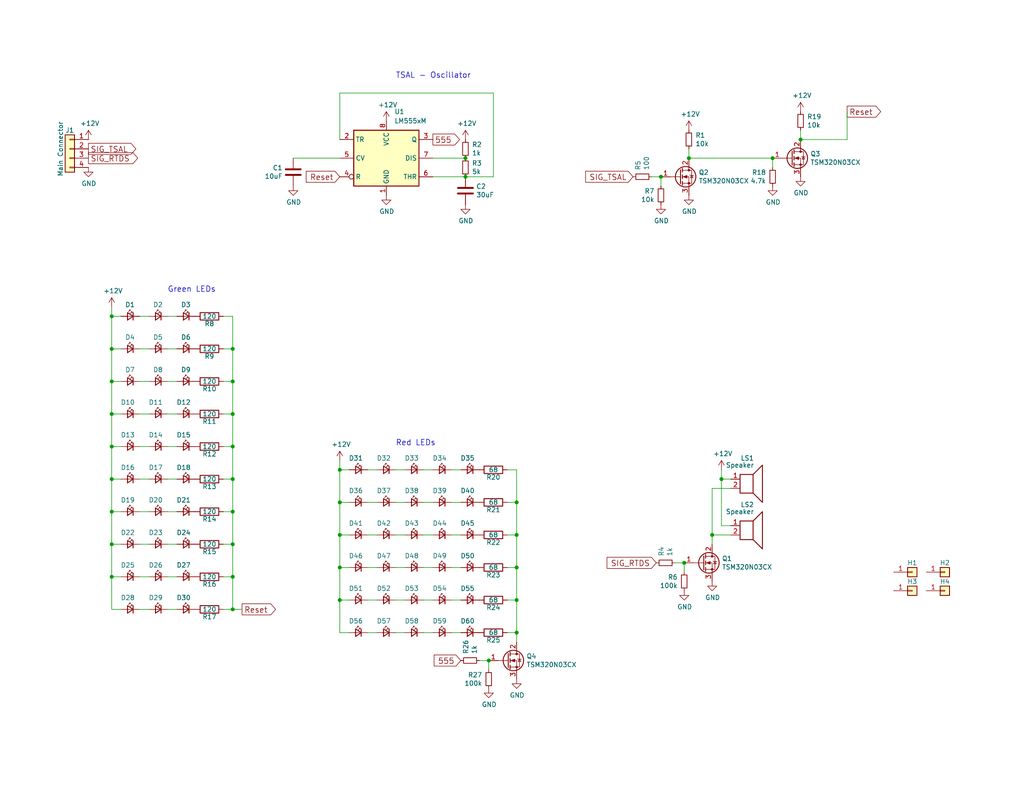
<source format=kicad_sch>
(kicad_sch (version 20231120) (generator "eeschema") (generator_version "8.0")
  (paper "USLetter")
  (title_block (title "TSAL") (date "2016-04-01") (rev "0.9") (company "Formula Slug - UCSC EV R&D") (comment 1 "University of California Santa Cruz") (comment 2 "Thimann Laboratories 372"))
  (lib_symbols
    (symbol "Connector_Generic:Conn_01x01" (pin_names (offset 1.016) hide)
      (property "Reference" "J" (at 0 2.54 0))
      (property "Value" "Conn_01x01" (at 0 -2.54 0))
      (symbol "Conn_01x01_1_1"
        (pin passive line (at -5.08 0 0) (length 3.81) (name "Pin_1") (number "1"))
      )
    )
    (symbol "Connector_Generic:Conn_01x04" (pin_names (offset 1.016) hide)
      (property "Reference" "J" (at 0 5.08 0))
      (property "Value" "Conn_01x04" (at 0 -7.62 0))
      (symbol "Conn_01x04_1_1"
        (pin passive line (at -5.08 2.54 0) (length 3.81) (name "Pin_1") (number "1"))
        (pin passive line (at -5.08 0 0) (length 3.81) (name "Pin_2") (number "2"))
        (pin passive line (at -5.08 -2.54 0) (length 3.81) (name "Pin_3") (number "3"))
        (pin passive line (at -5.08 -5.08 0) (length 3.81) (name "Pin_4") (number "4"))
      )
    )
    (symbol "Device:C" (pin_numbers hide) (pin_names (offset 0.254))
      (property "Reference" "C" (at 0.635 2.54 0))
      (property "Value" "C" (at 0.635 -2.54 0))
      (symbol "C_1_1"
        (pin passive line (at 0 3.81 270) (length 2.794) (name "~") (number "1"))
        (pin passive line (at 0 -3.81 90) (length 2.794) (name "~") (number "2"))
      )
    )
    (symbol "Device:LED_Small" (pin_numbers hide) (pin_names (offset 0.254) hide)
      (property "Reference" "D" (at -1.27 3.175 0))
      (property "Value" "LED_Small" (at -4.445 -2.54 0))
      (symbol "LED_Small_1_1"
        (pin passive line (at -2.54 0 0) (length 1.778) (name "K") (number "1"))
        (pin passive line (at 2.54 0 180) (length 1.778) (name "A") (number "2"))
      )
    )
    (symbol "Device:Q_NMOS_GDS" (pin_names (offset 0) hide)
      (property "Reference" "Q" (at 5.08 1.27 0))
      (property "Value" "Q_NMOS_GDS" (at 5.08 -1.27 0))
      (symbol "Q_NMOS_GDS_1_1"
        (pin input line (at -5.08 0 0) (length 2.54) (name "G") (number "1"))
        (pin passive line (at 2.54 5.08 270) (length 2.54) (name "D") (number "2"))
        (pin passive line (at 2.54 -5.08 90) (length 2.54) (name "S") (number "3"))
      )
    )
    (symbol "Device:R" (pin_numbers hide) (pin_names (offset 0))
      (property "Reference" "R" (at 2.032 0 90))
      (property "Value" "R" (at 0 0 90))
      (symbol "R_1_1"
        (pin passive line (at 0 3.81 270) (length 1.27) (name "~") (number "1"))
        (pin passive line (at 0 -3.81 90) (length 1.27) (name "~") (number "2"))
      )
    )
    (symbol "Device:R_Small" (pin_numbers hide) (pin_names (offset 0.254) hide)
      (property "Reference" "R" (at 0.762 0.508 0))
      (property "Value" "R_Small" (at 0.762 -1.016 0))
      (symbol "R_Small_1_1"
        (pin passive line (at 0 2.54 270) (length 0.762) (name "~") (number "1"))
        (pin passive line (at 0 -2.54 90) (length 0.762) (name "~") (number "2"))
      )
    )
    (symbol "Device:Speaker" (pin_names (offset 0) hide)
      (property "Reference" "LS" (at 1.27 5.715 0))
      (property "Value" "Speaker" (at 1.27 3.81 0))
      (symbol "Speaker_1_1"
        (pin input line (at -5.08 0 0) (length 2.54) (name "1") (number "1"))
        (pin input line (at -5.08 -2.54 0) (length 2.54) (name "2") (number "2"))
      )
    )
    (symbol "Timer:LM555xM"
      (property "Reference" "U" (at -10.16 8.89 0))
      (property "Value" "LM555xM" (at 2.54 8.89 0))
      (symbol "LM555xM_0_0"
        (pin power_in line (at 0 -10.16 90) (length 2.54) (name "GND") (number "1"))
        (pin power_in line (at 0 10.16 270) (length 2.54) (name "VCC") (number "8"))
      )
      (symbol "LM555xM_1_1"
        (pin input line (at -12.7 5.08 0) (length 3.81) (name "TR") (number "2"))
        (pin output line (at 12.7 5.08 180) (length 3.81) (name "Q") (number "3"))
        (pin input inverted (at -12.7 -5.08 0) (length 3.81) (name "R") (number "4"))
        (pin input line (at -12.7 0 0) (length 3.81) (name "CV") (number "5"))
        (pin input line (at 12.7 -5.08 180) (length 3.81) (name "THR") (number "6"))
        (pin input line (at 12.7 0 180) (length 3.81) (name "DIS") (number "7"))
      )
    )
    (symbol "power:+12V" (power) (pin_names (offset 0))
      (property "Value" "+12V" (at 0 3.556 0))
      (symbol "+12V_1_1"
        (pin power_in line (at 0 0 90) (length 0) hide (name "+12V") (number "1"))
      )
    )
    (symbol "power:GND" (power) (pin_names (offset 0))
      (property "Value" "GND" (at 0 -3.81 0))
      (symbol "GND_1_1"
        (pin power_in line (at 0 0 270) (length 0) hide (name "GND") (number "1"))
      )
    )
  )
  (junction (at 92.71 137.16))
  (junction (at 187.96 43.18))
  (junction (at 140.97 172.72))
  (junction (at 194.31 146.05))
  (junction (at 218.44 38.1))
  (junction (at 186.69 153.67))
  (junction (at 30.48 113.03))
  (junction (at 133.35 180.34))
  (junction (at 92.71 154.94))
  (junction (at 63.5 130.81))
  (junction (at 127 48.26))
  (junction (at 210.82 43.18))
  (junction (at 63.5 166.37))
  (junction (at 63.5 95.25))
  (junction (at 127 43.18))
  (junction (at 140.97 163.83))
  (junction (at 63.5 121.92))
  (junction (at 30.48 86.36))
  (junction (at 140.97 137.16))
  (junction (at 30.48 130.81))
  (junction (at 92.71 128.27))
  (junction (at 30.48 157.48))
  (junction (at 30.48 104.14))
  (junction (at 63.5 104.14))
  (junction (at 92.71 163.83))
  (junction (at 30.48 95.25))
  (junction (at 63.5 148.59))
  (junction (at 63.5 113.03))
  (junction (at 180.34 48.26))
  (junction (at 30.48 148.59))
  (junction (at 30.48 121.92))
  (junction (at 63.5 157.48))
  (junction (at 92.71 146.05))
  (junction (at 196.85 130.81))
  (junction (at 30.48 139.7))
  (junction (at 140.97 146.05))
  (junction (at 140.97 154.94))
  (junction (at 63.5 139.7))
  (wire (pts (xy 33.02 166.37) (xy 30.48 166.37)))
  (wire (pts (xy 138.43 128.27) (xy 140.97 128.27)))
  (wire (pts (xy 40.64 104.14) (xy 38.1 104.14)))
  (wire (pts (xy 30.48 157.48) (xy 33.02 157.48)))
  (wire (pts (xy 48.26 95.25) (xy 45.72 95.25)))
  (wire (pts (xy 196.85 128.27) (xy 196.85 130.81)))
  (wire (pts (xy 92.71 137.16) (xy 95.25 137.16)))
  (wire (pts (xy 63.5 104.14) (xy 60.96 104.14)))
  (wire (pts (xy 48.26 121.92) (xy 45.72 121.92)))
  (wire (pts (xy 180.34 48.26) (xy 180.34 50.8)))
  (wire (pts (xy 127 48.26) (xy 118.11 48.26)))
  (wire (pts (xy 194.31 133.35) (xy 194.31 146.05)))
  (wire (pts (xy 30.48 130.81) (xy 30.48 139.7)))
  (wire (pts (xy 60.96 139.7) (xy 63.5 139.7)))
  (wire (pts (xy 63.5 130.81) (xy 60.96 130.81)))
  (wire (pts (xy 63.5 148.59) (xy 63.5 157.48)))
  (wire (pts (xy 123.19 172.72) (xy 125.73 172.72)))
  (wire (pts (xy 40.64 121.92) (xy 38.1 121.92)))
  (wire (pts (xy 186.69 153.67) (xy 186.69 156.21)))
  (wire (pts (xy 92.71 154.94) (xy 95.25 154.94)))
  (wire (pts (xy 118.11 154.94) (xy 115.57 154.94)))
  (wire (pts (xy 60.96 86.36) (xy 63.5 86.36)))
  (wire (pts (xy 140.97 154.94) (xy 140.97 163.83)))
  (wire (pts (xy 63.5 157.48) (xy 63.5 166.37)))
  (wire (pts (xy 33.02 86.36) (xy 30.48 86.36)))
  (wire (pts (xy 210.82 43.18) (xy 210.82 45.72)))
  (wire (pts (xy 199.39 133.35) (xy 194.31 133.35)))
  (wire (pts (xy 123.19 137.16) (xy 125.73 137.16)))
  (wire (pts (xy 140.97 172.72) (xy 140.97 175.26)))
  (wire (pts (xy 133.35 180.34) (xy 133.35 182.88)))
  (wire (pts (xy 110.49 137.16) (xy 107.95 137.16)))
  (wire (pts (xy 40.64 86.36) (xy 38.1 86.36)))
  (wire (pts (xy 102.87 163.83) (xy 100.33 163.83)))
  (wire (pts (xy 63.5 166.37) (xy 66.04 166.37)))
  (wire (pts (xy 123.19 154.94) (xy 125.73 154.94)))
  (wire (pts (xy 63.5 148.59) (xy 60.96 148.59)))
  (wire (pts (xy 48.26 130.81) (xy 45.72 130.81)))
  (wire (pts (xy 110.49 163.83) (xy 107.95 163.83)))
  (wire (pts (xy 30.48 113.03) (xy 30.48 121.92)))
  (wire (pts (xy 134.62 25.4) (xy 134.62 48.26)))
  (wire (pts (xy 30.48 139.7) (xy 30.48 148.59)))
  (wire (pts (xy 184.15 153.67) (xy 186.69 153.67)))
  (wire (pts (xy 92.71 146.05) (xy 95.25 146.05)))
  (wire (pts (xy 92.71 163.83) (xy 92.71 172.72)))
  (wire (pts (xy 30.48 148.59) (xy 30.48 157.48)))
  (wire (pts (xy 63.5 95.25) (xy 63.5 104.14)))
  (wire (pts (xy 102.87 154.94) (xy 100.33 154.94)))
  (wire (pts (xy 110.49 154.94) (xy 107.95 154.94)))
  (wire (pts (xy 40.64 166.37) (xy 38.1 166.37)))
  (wire (pts (xy 30.48 121.92) (xy 33.02 121.92)))
  (wire (pts (xy 123.19 163.83) (xy 125.73 163.83)))
  (wire (pts (xy 102.87 172.72) (xy 100.33 172.72)))
  (wire (pts (xy 48.26 166.37) (xy 45.72 166.37)))
  (wire (pts (xy 63.5 121.92) (xy 63.5 130.81)))
  (wire (pts (xy 63.5 104.14) (xy 63.5 113.03)))
  (wire (pts (xy 196.85 143.51) (xy 199.39 143.51)))
  (wire (pts (xy 48.26 86.36) (xy 45.72 86.36)))
  (wire (pts (xy 95.25 128.27) (xy 92.71 128.27)))
  (wire (pts (xy 48.26 148.59) (xy 45.72 148.59)))
  (wire (pts (xy 92.71 172.72) (xy 95.25 172.72)))
  (wire (pts (xy 118.11 146.05) (xy 115.57 146.05)))
  (wire (pts (xy 194.31 146.05) (xy 194.31 148.59)))
  (wire (pts (xy 118.11 128.27) (xy 115.57 128.27)))
  (wire (pts (xy 63.5 121.92) (xy 60.96 121.92)))
  (wire (pts (xy 30.48 95.25) (xy 30.48 104.14)))
  (wire (pts (xy 130.81 180.34) (xy 133.35 180.34)))
  (wire (pts (xy 30.48 104.14) (xy 30.48 113.03)))
  (wire (pts (xy 123.19 128.27) (xy 125.73 128.27)))
  (wire (pts (xy 140.97 163.83) (xy 138.43 163.83)))
  (wire (pts (xy 92.71 137.16) (xy 92.71 146.05)))
  (wire (pts (xy 63.5 139.7) (xy 63.5 148.59)))
  (wire (pts (xy 92.71 125.73) (xy 92.71 128.27)))
  (wire (pts (xy 30.48 86.36) (xy 30.48 95.25)))
  (wire (pts (xy 40.64 95.25) (xy 38.1 95.25)))
  (wire (pts (xy 30.48 86.36) (xy 30.48 83.82)))
  (wire (pts (xy 102.87 128.27) (xy 100.33 128.27)))
  (wire (pts (xy 134.62 48.26) (xy 127 48.26)))
  (wire (pts (xy 40.64 113.03) (xy 38.1 113.03)))
  (wire (pts (xy 92.71 43.18) (xy 80.01 43.18)))
  (wire (pts (xy 92.71 38.1) (xy 92.71 25.4)))
  (wire (pts (xy 218.44 38.1) (xy 231.14 38.1)))
  (wire (pts (xy 40.64 148.59) (xy 38.1 148.59)))
  (wire (pts (xy 102.87 146.05) (xy 100.33 146.05)))
  (wire (pts (xy 118.11 163.83) (xy 115.57 163.83)))
  (wire (pts (xy 33.02 113.03) (xy 30.48 113.03)))
  (wire (pts (xy 48.26 104.14) (xy 45.72 104.14)))
  (wire (pts (xy 40.64 139.7) (xy 38.1 139.7)))
  (wire (pts (xy 30.48 130.81) (xy 33.02 130.81)))
  (wire (pts (xy 140.97 128.27) (xy 140.97 137.16)))
  (wire (pts (xy 40.64 130.81) (xy 38.1 130.81)))
  (wire (pts (xy 118.11 43.18) (xy 127 43.18)))
  (wire (pts (xy 30.48 148.59) (xy 33.02 148.59)))
  (wire (pts (xy 140.97 172.72) (xy 138.43 172.72)))
  (wire (pts (xy 30.48 95.25) (xy 33.02 95.25)))
  (wire (pts (xy 140.97 146.05) (xy 140.97 154.94)))
  (wire (pts (xy 60.96 113.03) (xy 63.5 113.03)))
  (wire (pts (xy 63.5 157.48) (xy 60.96 157.48)))
  (wire (pts (xy 63.5 95.25) (xy 60.96 95.25)))
  (wire (pts (xy 92.71 128.27) (xy 92.71 137.16)))
  (wire (pts (xy 33.02 139.7) (xy 30.48 139.7)))
  (wire (pts (xy 196.85 130.81) (xy 199.39 130.81)))
  (wire (pts (xy 48.26 139.7) (xy 45.72 139.7)))
  (wire (pts (xy 92.71 163.83) (xy 95.25 163.83)))
  (wire (pts (xy 40.64 157.48) (xy 38.1 157.48)))
  (wire (pts (xy 63.5 86.36) (xy 63.5 95.25)))
  (wire (pts (xy 110.49 172.72) (xy 107.95 172.72)))
  (wire (pts (xy 63.5 130.81) (xy 63.5 139.7)))
  (wire (pts (xy 118.11 172.72) (xy 115.57 172.72)))
  (wire (pts (xy 231.14 30.48) (xy 231.14 38.1)))
  (wire (pts (xy 140.97 154.94) (xy 138.43 154.94)))
  (wire (pts (xy 110.49 128.27) (xy 107.95 128.27)))
  (wire (pts (xy 48.26 113.03) (xy 45.72 113.03)))
  (wire (pts (xy 110.49 146.05) (xy 107.95 146.05)))
  (wire (pts (xy 30.48 104.14) (xy 33.02 104.14)))
  (wire (pts (xy 196.85 130.81) (xy 196.85 143.51)))
  (wire (pts (xy 123.19 146.05) (xy 125.73 146.05)))
  (wire (pts (xy 63.5 113.03) (xy 63.5 121.92)))
  (wire (pts (xy 199.39 146.05) (xy 194.31 146.05)))
  (wire (pts (xy 92.71 25.4) (xy 134.62 25.4)))
  (wire (pts (xy 60.96 166.37) (xy 63.5 166.37)))
  (wire (pts (xy 48.26 157.48) (xy 45.72 157.48)))
  (wire (pts (xy 102.87 137.16) (xy 100.33 137.16)))
  (wire (pts (xy 177.8 48.26) (xy 180.34 48.26)))
  (wire (pts (xy 218.44 35.56) (xy 218.44 38.1)))
  (wire (pts (xy 118.11 137.16) (xy 115.57 137.16)))
  (wire (pts (xy 30.48 121.92) (xy 30.48 130.81)))
  (wire (pts (xy 140.97 137.16) (xy 140.97 146.05)))
  (wire (pts (xy 187.96 40.64) (xy 187.96 43.18)))
  (wire (pts (xy 140.97 163.83) (xy 140.97 172.72)))
  (wire (pts (xy 187.96 43.18) (xy 210.82 43.18)))
  (wire (pts (xy 92.71 154.94) (xy 92.71 163.83)))
  (wire (pts (xy 30.48 157.48) (xy 30.48 166.37)))
  (wire (pts (xy 140.97 137.16) (xy 138.43 137.16)))
  (wire (pts (xy 92.71 146.05) (xy 92.71 154.94)))
  (wire (pts (xy 140.97 146.05) (xy 138.43 146.05)))
  (text "TSAL - Oscillator" (at 107.95 21.59 0) (effects (font (size 1.524 1.524)) (justify left bottom)))
  (text "Green LEDs" (at 45.72 80.01 0) (effects (font (size 1.524 1.524)) (justify left bottom)))
  (text "Red LEDs" (at 107.95 121.92 0) (effects (font (size 1.524 1.524)) (justify left bottom)))
  (global_label "555" (shape output) (at 118.11 38.1 0) (effects (font (size 1.524 1.524))) (property "Intersheetrefs" "${INTERSHEET_REFS}" (effects (hide yes))))
  (global_label "SIG_TSAL" (shape output) (at 24.13 40.64 0) (effects (font (size 1.524 1.524))) (property "Intersheetrefs" "${INTERSHEET_REFS}" (effects (hide yes))))
  (global_label "SIG_RTDS" (shape output) (at 24.13 43.18 0) (effects (font (size 1.524 1.524))) (property "Intersheetrefs" "${INTERSHEET_REFS}" (effects (hide yes))))
  (global_label "SIG_RTDS" (shape input) (at 179.07 153.67 180) (effects (font (size 1.524 1.524))) (property "Intersheetrefs" "${INTERSHEET_REFS}" (effects (hide yes))))
  (global_label "555" (shape input) (at 125.73 180.34 180) (effects (font (size 1.524 1.524))) (property "Intersheetrefs" "${INTERSHEET_REFS}" (effects (hide yes))))
  (global_label "Reset" (shape input) (at 92.71 48.26 180) (effects (font (size 1.524 1.524))) (property "Intersheetrefs" "${INTERSHEET_REFS}" (effects (hide yes))))
  (global_label "Reset" (shape output) (at 231.14 30.48 0) (effects (font (size 1.524 1.524))) (property "Intersheetrefs" "${INTERSHEET_REFS}" (effects (hide yes))))
  (global_label "Reset" (shape output) (at 66.04 166.37 0) (effects (font (size 1.524 1.524))) (property "Intersheetrefs" "${INTERSHEET_REFS}" (effects (hide yes))))
  (global_label "SIG_TSAL" (shape input) (at 172.72 48.26 180) (effects (font (size 1.524 1.524))) (property "Intersheetrefs" "${INTERSHEET_REFS}" (effects (hide yes))))
  (symbol (lib_id "Device:LED_Small") (at 97.79 128.27 0) (mirror y) (unit 1)
    (property "Reference" "D31" (at 99.06 125.095 0) (effects (justify left)))
    (property "Value" "LR A67F-U2AB-1-1-30-R33-Z" (effects (hide yes)))
    (property "Footprint" "FSFootprints:LED_SMD-2" (effects (hide yes)))
    (property "Datasheet" "https://dammedia.osram.info/media/resource/hires/osram-dam-2493667/LR%20A67F.pdf" (effects (hide yes)))
  )
  (symbol (lib_id "Device:R") (at 134.62 128.27 90) (mirror x) (unit 1)
    (property "Reference" "R20" (at 134.62 130.302 90))
    (property "Value" "68" (at 134.62 128.27 90))
    (property "Footprint" "Resistors_SMD:R_0805_HandSoldering" (effects (hide yes)))
  )
  (symbol (lib_id "Device:Speaker") (at 204.47 143.51 0) (unit 1)
    (property "Reference" "LS2" (at 205.74 137.795 0) (effects (justify right)))
    (property "Value" "Speaker" (at 205.74 139.7 0) (effects (justify right)))
    (property "Footprint" "FSFootprints:RTDS_H" (effects (hide yes)))
  )
  (symbol (lib_id "Device:Speaker") (at 204.47 130.81 0) (unit 1)
    (property "Reference" "LS1" (at 205.74 125.095 0) (effects (justify right)))
    (property "Value" "Speaker" (at 205.74 127 0) (effects (justify right)))
    (property "Footprint" "FSFootprints:RTDS_H" (effects (hide yes)))
  )
  (symbol (lib_id "Connector_Generic:Conn_01x04") (at 19.05 40.64 0) (mirror y) (unit 1)
    (property "Reference" "J1" (at 19.05 35.56 0))
    (property "Value" "Main Connector" (at 16.51 40.64 90))
    (property "Footprint" "Connectors_Molex:Molex_NanoFit_1x04x2.50mm_Angled" (effects (hide yes)))
  )
  (symbol (lib_id "Device:R") (at 134.62 137.16 90) (mirror x) (unit 1)
    (property "Reference" "R21" (at 134.62 139.192 90))
    (property "Value" "68" (at 134.62 137.16 90))
    (property "Footprint" "Resistors_SMD:R_0805_HandSoldering" (effects (hide yes)))
  )
  (symbol (lib_id "Device:R") (at 134.62 146.05 90) (mirror x) (unit 1)
    (property "Reference" "R22" (at 134.62 148.082 90))
    (property "Value" "68" (at 134.62 146.05 90))
    (property "Footprint" "Resistors_SMD:R_0805_HandSoldering" (effects (hide yes)))
  )
  (symbol (lib_id "Device:R") (at 134.62 154.94 90) (mirror x) (unit 1)
    (property "Reference" "R23" (at 134.62 156.972 90))
    (property "Value" "68" (at 134.62 154.94 90))
    (property "Footprint" "Resistors_SMD:R_0805_HandSoldering" (effects (hide yes)))
  )
  (symbol (lib_id "Device:R") (at 134.62 163.83 90) (mirror x) (unit 1)
    (property "Reference" "R24" (at 134.62 165.862 90))
    (property "Value" "68" (at 134.62 163.83 90))
    (property "Footprint" "Resistors_SMD:R_0805_HandSoldering" (effects (hide yes)))
  )
  (symbol (lib_id "Device:R") (at 134.62 172.72 90) (mirror x) (unit 1)
    (property "Reference" "R25" (at 134.62 174.752 90))
    (property "Value" "68" (at 134.62 172.72 90))
    (property "Footprint" "Resistors_SMD:R_0805_HandSoldering" (effects (hide yes)))
  )
  (symbol (lib_id "Connector_Generic:Conn_01x01") (at 248.92 156.21 0) (unit 1)
    (property "Reference" "H1" (at 248.92 153.67 0))
    (property "Value" "MtngHole" (effects (hide yes)))
    (property "Footprint" "Mounting_Holes:MountingHole_3.2mm_M3" (effects (hide yes)))
  )
  (symbol (lib_id "Connector_Generic:Conn_01x01") (at 257.81 156.21 0) (unit 1)
    (property "Reference" "H2" (at 257.81 153.67 0))
    (property "Value" "MtngHole" (effects (hide yes)))
    (property "Footprint" "Mounting_Holes:MountingHole_3.2mm_M3" (effects (hide yes)))
  )
  (symbol (lib_id "Connector_Generic:Conn_01x01") (at 248.92 161.29 0) (unit 1)
    (property "Reference" "H3" (at 248.92 158.75 0))
    (property "Value" "MtngHole" (effects (hide yes)))
    (property "Footprint" "Mounting_Holes:MountingHole_3.2mm_M3" (effects (hide yes)))
  )
  (symbol (lib_id "Connector_Generic:Conn_01x01") (at 257.81 161.29 0) (unit 1)
    (property "Reference" "H4" (at 257.81 158.75 0))
    (property "Value" "MtngHole" (effects (hide yes)))
    (property "Footprint" "Mounting_Holes:MountingHole_3.2mm_M3" (effects (hide yes)))
  )
  (symbol (lib_id "Device:C") (at 127 52.07 0) (unit 1)
    (property "Reference" "C2" (at 129.921 50.9016 0) (effects (justify left)))
    (property "Value" "30uF" (at 129.921 53.213 0) (effects (justify left)))
    (property "Footprint" "Capacitors_SMD:CP_Elec_5x5.3" (effects (hide yes)))
  )
  (symbol (lib_id "power:GND") (at 127 55.88 0) (unit 1)
    (property "Reference" "#PWR09" (effects (hide yes)))
    (property "Value" "GND" (at 127.127 60.2742 0))
  )
  (symbol (lib_id "power:+12V") (at 24.13 38.1 0) (unit 1)
    (property "Reference" "#PWR04" (effects (hide yes)))
    (property "Value" "+12V" (at 24.511 33.7058 0))
  )
  (symbol (lib_id "power:GND") (at 24.13 45.72 0) (unit 1)
    (property "Reference" "#PWR07" (effects (hide yes)))
    (property "Value" "GND" (at 24.257 50.1142 0))
  )
  (symbol (lib_id "power:+12V") (at 105.41 33.02 0) (unit 1)
    (property "Reference" "#PWR03" (effects (hide yes)))
    (property "Value" "+12V" (at 105.791 28.6258 0))
  )
  (symbol (lib_id "power:GND") (at 105.41 53.34 0) (unit 1)
    (property "Reference" "#PWR08" (effects (hide yes)))
    (property "Value" "GND" (at 105.537 57.7342 0))
  )
  (symbol (lib_id "Device:R_Small") (at 127 40.64 0) (unit 1)
    (property "Reference" "R2" (at 128.778 39.4716 0) (effects (justify left)))
    (property "Value" "1k" (at 128.778 41.783 0) (effects (justify left)))
    (property "Footprint" "Resistors_SMD:R_0805_HandSoldering" (effects (hide yes)))
  )
  (symbol (lib_id "Device:R_Small") (at 127 45.72 0) (unit 1)
    (property "Reference" "R3" (at 128.778 44.5516 0) (effects (justify left)))
    (property "Value" "5k" (at 128.778 46.863 0) (effects (justify left)))
    (property "Footprint" "Resistors_SMD:R_0805_HandSoldering" (effects (hide yes)))
  )
  (symbol (lib_id "power:+12V") (at 127 38.1 0) (unit 1)
    (property "Reference" "#PWR05" (effects (hide yes)))
    (property "Value" "+12V" (at 127.381 33.7058 0))
  )
  (symbol (lib_id "power:GND") (at 80.01 50.8 0) (unit 1)
    (property "Reference" "#PWR06" (effects (hide yes)))
    (property "Value" "GND" (at 80.137 55.1942 0))
  )
  (symbol (lib_id "power:+12V") (at 187.96 35.56 0) (unit 1)
    (property "Reference" "#PWR02" (effects (hide yes)))
    (property "Value" "+12V" (at 188.341 31.1658 0))
  )
  (symbol (lib_id "Device:C") (at 80.01 46.99 0) (mirror y) (unit 1)
    (property "Reference" "C1" (at 77.089 45.8216 0) (effects (justify left)))
    (property "Value" "10uF" (at 77.089 48.133 0) (effects (justify left)))
    (property "Footprint" "Capacitors_SMD:C_0805_HandSoldering" (effects (hide yes)))
  )
  (symbol (lib_id "Device:Q_NMOS_GDS") (at 185.42 48.26 0) (unit 1)
    (property "Reference" "Q2" (at 190.627 47.0916 0) (effects (justify left)))
    (property "Value" "TSM320N03CX" (at 190.627 49.403 0) (effects (justify left)))
    (property "Footprint" "TO_SOT_Packages_SMD:SOT-23" (effects (hide yes)))
    (property "Datasheet" "https://www.taiwansemi.com/products/datasheet/TSM320N03CX_B1607.pdf" (effects (hide yes)))
  )
  (symbol (lib_id "Device:R_Small") (at 187.96 38.1 0) (unit 1)
    (property "Reference" "R1" (at 189.738 36.9316 0) (effects (justify left)))
    (property "Value" "10k" (at 189.738 39.243 0) (effects (justify left)))
    (property "Footprint" "Resistors_SMD:R_0805_HandSoldering" (effects (hide yes)))
  )
  (symbol (lib_id "power:GND") (at 187.96 53.34 0) (unit 1)
    (property "Reference" "#PWR011" (effects (hide yes)))
    (property "Value" "GND" (at 188.087 57.7342 0))
  )
  (symbol (lib_id "power:+12V") (at 196.85 128.27 0) (unit 1)
    (property "Reference" "#PWR01" (effects (hide yes)))
    (property "Value" "+12V" (at 197.231 123.8758 0))
  )
  (symbol (lib_id "Device:R_Small") (at 175.26 48.26 90) (unit 1)
    (property "Reference" "R5" (at 174.0916 46.482 0) (effects (justify left)))
    (property "Value" "100" (at 176.403 46.482 0) (effects (justify left)))
    (property "Footprint" "Resistors_SMD:R_0805_HandSoldering" (effects (hide yes)))
  )
  (symbol (lib_id "Device:R_Small") (at 180.34 53.34 0) (mirror y) (unit 1)
    (property "Reference" "R7" (at 178.562 52.1716 0) (effects (justify left)))
    (property "Value" "10k" (at 178.562 54.483 0) (effects (justify left)))
    (property "Footprint" "Resistors_SMD:R_0805_HandSoldering" (effects (hide yes)))
  )
  (symbol (lib_id "power:GND") (at 180.34 55.88 0) (unit 1)
    (property "Reference" "#PWR013" (effects (hide yes)))
    (property "Value" "GND" (at 180.467 60.2742 0))
  )
  (symbol (lib_id "Device:Q_NMOS_GDS") (at 191.77 153.67 0) (unit 1)
    (property "Reference" "Q1" (at 196.977 152.5016 0) (effects (justify left)))
    (property "Value" "TSM320N03CX" (at 196.977 154.813 0) (effects (justify left)))
    (property "Footprint" "TO_SOT_Packages_SMD:SOT-23" (effects (hide yes)))
    (property "Datasheet" "https://www.taiwansemi.com/products/datasheet/TSM320N03CX_B1607.pdf" (effects (hide yes)))
  )
  (symbol (lib_id "power:GND") (at 194.31 158.75 0) (unit 1)
    (property "Reference" "#PWR010" (effects (hide yes)))
    (property "Value" "GND" (at 194.437 163.1442 0))
  )
  (symbol (lib_id "Device:R_Small") (at 181.61 153.67 90) (unit 1)
    (property "Reference" "R4" (at 180.4416 151.892 0) (effects (justify left)))
    (property "Value" "1k" (at 182.753 151.892 0) (effects (justify left)))
    (property "Footprint" "Resistors_SMD:R_0805_HandSoldering" (effects (hide yes)))
  )
  (symbol (lib_id "Device:R_Small") (at 186.69 158.75 0) (mirror y) (unit 1)
    (property "Reference" "R6" (at 184.912 157.5816 0) (effects (justify left)))
    (property "Value" "100k" (at 184.912 159.893 0) (effects (justify left)))
    (property "Footprint" "Resistors_SMD:R_0805_HandSoldering" (effects (hide yes)))
  )
  (symbol (lib_id "power:GND") (at 186.69 161.29 0) (unit 1)
    (property "Reference" "#PWR012" (effects (hide yes)))
    (property "Value" "GND" (at 186.817 165.6842 0))
  )
  (symbol (lib_id "Device:Q_NMOS_GDS") (at 138.43 180.34 0) (unit 1)
    (property "Reference" "Q4" (at 143.637 179.1716 0) (effects (justify left)))
    (property "Value" "TSM320N03CX" (at 143.637 181.483 0) (effects (justify left)))
    (property "Footprint" "TO_SOT_Packages_SMD:SOT-23" (effects (hide yes)))
    (property "Datasheet" "https://www.taiwansemi.com/products/datasheet/TSM320N03CX_B1607.pdf" (effects (hide yes)))
  )
  (symbol (lib_id "power:GND") (at 140.97 185.42 0) (unit 1)
    (property "Reference" "#PWR018" (effects (hide yes)))
    (property "Value" "GND" (at 141.097 189.8142 0))
  )
  (symbol (lib_id "Device:R_Small") (at 128.27 180.34 90) (unit 1)
    (property "Reference" "R26" (at 127.1016 178.562 0) (effects (justify left)))
    (property "Value" "1k" (at 129.413 178.562 0) (effects (justify left)))
    (property "Footprint" "Resistors_SMD:R_0805_HandSoldering" (effects (hide yes)))
  )
  (symbol (lib_id "Device:R_Small") (at 133.35 185.42 0) (mirror y) (unit 1)
    (property "Reference" "R27" (at 131.572 184.2516 0) (effects (justify left)))
    (property "Value" "100k" (at 131.572 186.563 0) (effects (justify left)))
    (property "Footprint" "Resistors_SMD:R_0805_HandSoldering" (effects (hide yes)))
  )
  (symbol (lib_id "power:GND") (at 133.35 187.96 0) (unit 1)
    (property "Reference" "#PWR019" (effects (hide yes)))
    (property "Value" "GND" (at 133.477 192.3542 0))
  )
  (symbol (lib_id "power:+12V") (at 92.71 125.73 0) (unit 1)
    (property "Reference" "#PWR017" (effects (hide yes)))
    (property "Value" "+12V" (at 93.091 121.3358 0))
  )
  (symbol (lib_id "Device:LED_Small") (at 105.41 128.27 0) (mirror y) (unit 1)
    (property "Reference" "D32" (at 106.68 125.095 0) (effects (justify left)))
    (property "Value" "LR A67F-U2AB-1-1-30-R33-Z" (effects (hide yes)))
    (property "Footprint" "FSFootprints:LED_SMD-2" (effects (hide yes)))
    (property "Datasheet" "https://dammedia.osram.info/media/resource/hires/osram-dam-2493667/LR%20A67F.pdf" (effects (hide yes)))
  )
  (symbol (lib_id "Device:LED_Small") (at 113.03 128.27 0) (mirror y) (unit 1)
    (property "Reference" "D33" (at 114.3 125.095 0) (effects (justify left)))
    (property "Value" "LR A67F-U2AB-1-1-30-R33-Z" (effects (hide yes)))
    (property "Footprint" "FSFootprints:LED_SMD-2" (effects (hide yes)))
    (property "Datasheet" "https://dammedia.osram.info/media/resource/hires/osram-dam-2493667/LR%20A67F.pdf" (effects (hide yes)))
  )
  (symbol (lib_id "Device:LED_Small") (at 120.65 128.27 0) (mirror y) (unit 1)
    (property "Reference" "D34" (at 121.92 125.095 0) (effects (justify left)))
    (property "Value" "LR A67F-U2AB-1-1-30-R33-Z" (effects (hide yes)))
    (property "Footprint" "FSFootprints:LED_SMD-2" (effects (hide yes)))
    (property "Datasheet" "https://dammedia.osram.info/media/resource/hires/osram-dam-2493667/LR%20A67F.pdf" (effects (hide yes)))
  )
  (symbol (lib_id "Device:LED_Small") (at 128.27 128.27 0) (mirror y) (unit 1)
    (property "Reference" "D35" (at 129.54 125.095 0) (effects (justify left)))
    (property "Value" "LR A67F-U2AB-1-1-30-R33-Z" (effects (hide yes)))
    (property "Footprint" "FSFootprints:LED_SMD-2" (effects (hide yes)))
    (property "Datasheet" "https://dammedia.osram.info/media/resource/hires/osram-dam-2493667/LR%20A67F.pdf" (effects (hide yes)))
  )
  (symbol (lib_id "Device:LED_Small") (at 97.79 137.16 0) (mirror y) (unit 1)
    (property "Reference" "D36" (at 99.06 133.985 0) (effects (justify left)))
    (property "Value" "LR A67F-U2AB-1-1-30-R33-Z" (effects (hide yes)))
    (property "Footprint" "FSFootprints:LED_SMD-2" (effects (hide yes)))
    (property "Datasheet" "https://dammedia.osram.info/media/resource/hires/osram-dam-2493667/LR%20A67F.pdf" (effects (hide yes)))
  )
  (symbol (lib_id "Device:LED_Small") (at 105.41 137.16 0) (mirror y) (unit 1)
    (property "Reference" "D37" (at 106.68 133.985 0) (effects (justify left)))
    (property "Value" "LR A67F-U2AB-1-1-30-R33-Z" (effects (hide yes)))
    (property "Footprint" "FSFootprints:LED_SMD-2" (effects (hide yes)))
    (property "Datasheet" "https://dammedia.osram.info/media/resource/hires/osram-dam-2493667/LR%20A67F.pdf" (effects (hide yes)))
  )
  (symbol (lib_id "Device:LED_Small") (at 113.03 137.16 0) (mirror y) (unit 1)
    (property "Reference" "D38" (at 114.3 133.985 0) (effects (justify left)))
    (property "Value" "LR A67F-U2AB-1-1-30-R33-Z" (effects (hide yes)))
    (property "Footprint" "FSFootprints:LED_SMD-2" (effects (hide yes)))
    (property "Datasheet" "https://dammedia.osram.info/media/resource/hires/osram-dam-2493667/LR%20A67F.pdf" (effects (hide yes)))
  )
  (symbol (lib_id "Device:LED_Small") (at 120.65 137.16 0) (mirror y) (unit 1)
    (property "Reference" "D39" (at 121.92 133.985 0) (effects (justify left)))
    (property "Value" "LR A67F-U2AB-1-1-30-R33-Z" (effects (hide yes)))
    (property "Footprint" "FSFootprints:LED_SMD-2" (effects (hide yes)))
    (property "Datasheet" "https://dammedia.osram.info/media/resource/hires/osram-dam-2493667/LR%20A67F.pdf" (effects (hide yes)))
  )
  (symbol (lib_id "Device:LED_Small") (at 128.27 137.16 0) (mirror y) (unit 1)
    (property "Reference" "D40" (at 129.54 133.985 0) (effects (justify left)))
    (property "Value" "LR A67F-U2AB-1-1-30-R33-Z" (effects (hide yes)))
    (property "Footprint" "FSFootprints:LED_SMD-2" (effects (hide yes)))
    (property "Datasheet" "https://dammedia.osram.info/media/resource/hires/osram-dam-2493667/LR%20A67F.pdf" (effects (hide yes)))
  )
  (symbol (lib_id "Device:LED_Small") (at 97.79 146.05 0) (mirror y) (unit 1)
    (property "Reference" "D41" (at 99.06 142.875 0) (effects (justify left)))
    (property "Value" "LR A67F-U2AB-1-1-30-R33-Z" (effects (hide yes)))
    (property "Footprint" "FSFootprints:LED_SMD-2" (effects (hide yes)))
    (property "Datasheet" "https://dammedia.osram.info/media/resource/hires/osram-dam-2493667/LR%20A67F.pdf" (effects (hide yes)))
  )
  (symbol (lib_id "Device:LED_Small") (at 105.41 146.05 0) (mirror y) (unit 1)
    (property "Reference" "D42" (at 106.68 142.875 0) (effects (justify left)))
    (property "Value" "LR A67F-U2AB-1-1-30-R33-Z" (effects (hide yes)))
    (property "Footprint" "FSFootprints:LED_SMD-2" (effects (hide yes)))
    (property "Datasheet" "https://dammedia.osram.info/media/resource/hires/osram-dam-2493667/LR%20A67F.pdf" (effects (hide yes)))
  )
  (symbol (lib_id "Device:LED_Small") (at 113.03 146.05 0) (mirror y) (unit 1)
    (property "Reference" "D43" (at 114.3 142.875 0) (effects (justify left)))
    (property "Value" "LR A67F-U2AB-1-1-30-R33-Z" (effects (hide yes)))
    (property "Footprint" "FSFootprints:LED_SMD-2" (effects (hide yes)))
    (property "Datasheet" "https://dammedia.osram.info/media/resource/hires/osram-dam-2493667/LR%20A67F.pdf" (effects (hide yes)))
  )
  (symbol (lib_id "Device:LED_Small") (at 120.65 146.05 0) (mirror y) (unit 1)
    (property "Reference" "D44" (at 121.92 142.875 0) (effects (justify left)))
    (property "Value" "LR A67F-U2AB-1-1-30-R33-Z" (effects (hide yes)))
    (property "Footprint" "FSFootprints:LED_SMD-2" (effects (hide yes)))
    (property "Datasheet" "https://dammedia.osram.info/media/resource/hires/osram-dam-2493667/LR%20A67F.pdf" (effects (hide yes)))
  )
  (symbol (lib_id "Device:LED_Small") (at 128.27 146.05 0) (mirror y) (unit 1)
    (property "Reference" "D45" (at 129.54 142.875 0) (effects (justify left)))
    (property "Value" "LR A67F-U2AB-1-1-30-R33-Z" (effects (hide yes)))
    (property "Footprint" "FSFootprints:LED_SMD-2" (effects (hide yes)))
    (property "Datasheet" "https://dammedia.osram.info/media/resource/hires/osram-dam-2493667/LR%20A67F.pdf" (effects (hide yes)))
  )
  (symbol (lib_id "Device:LED_Small") (at 97.79 154.94 0) (mirror y) (unit 1)
    (property "Reference" "D46" (at 99.06 151.765 0) (effects (justify left)))
    (property "Value" "LR A67F-U2AB-1-1-30-R33-Z" (effects (hide yes)))
    (property "Footprint" "FSFootprints:LED_SMD-2" (effects (hide yes)))
    (property "Datasheet" "https://dammedia.osram.info/media/resource/hires/osram-dam-2493667/LR%20A67F.pdf" (effects (hide yes)))
  )
  (symbol (lib_id "Device:LED_Small") (at 105.41 154.94 0) (mirror y) (unit 1)
    (property "Reference" "D47" (at 106.68 151.765 0) (effects (justify left)))
    (property "Value" "LR A67F-U2AB-1-1-30-R33-Z" (effects (hide yes)))
    (property "Footprint" "FSFootprints:LED_SMD-2" (effects (hide yes)))
    (property "Datasheet" "https://dammedia.osram.info/media/resource/hires/osram-dam-2493667/LR%20A67F.pdf" (effects (hide yes)))
  )
  (symbol (lib_id "Device:LED_Small") (at 113.03 154.94 0) (mirror y) (unit 1)
    (property "Reference" "D48" (at 114.3 151.765 0) (effects (justify left)))
    (property "Value" "LR A67F-U2AB-1-1-30-R33-Z" (effects (hide yes)))
    (property "Footprint" "FSFootprints:LED_SMD-2" (effects (hide yes)))
    (property "Datasheet" "https://dammedia.osram.info/media/resource/hires/osram-dam-2493667/LR%20A67F.pdf" (effects (hide yes)))
  )
  (symbol (lib_id "Device:LED_Small") (at 120.65 154.94 0) (mirror y) (unit 1)
    (property "Reference" "D49" (at 121.92 151.765 0) (effects (justify left)))
    (property "Value" "LR A67F-U2AB-1-1-30-R33-Z" (effects (hide yes)))
    (property "Footprint" "FSFootprints:LED_SMD-2" (effects (hide yes)))
    (property "Datasheet" "https://dammedia.osram.info/media/resource/hires/osram-dam-2493667/LR%20A67F.pdf" (effects (hide yes)))
  )
  (symbol (lib_id "Device:LED_Small") (at 128.27 154.94 0) (mirror y) (unit 1)
    (property "Reference" "D50" (at 129.54 151.765 0) (effects (justify left)))
    (property "Value" "LR A67F-U2AB-1-1-30-R33-Z" (effects (hide yes)))
    (property "Footprint" "FSFootprints:LED_SMD-2" (effects (hide yes)))
    (property "Datasheet" "https://dammedia.osram.info/media/resource/hires/osram-dam-2493667/LR%20A67F.pdf" (effects (hide yes)))
  )
  (symbol (lib_id "Device:LED_Small") (at 97.79 163.83 0) (mirror y) (unit 1)
    (property "Reference" "D51" (at 99.06 160.655 0) (effects (justify left)))
    (property "Value" "LR A67F-U2AB-1-1-30-R33-Z" (effects (hide yes)))
    (property "Footprint" "FSFootprints:LED_SMD-2" (effects (hide yes)))
    (property "Datasheet" "https://dammedia.osram.info/media/resource/hires/osram-dam-2493667/LR%20A67F.pdf" (effects (hide yes)))
  )
  (symbol (lib_id "Device:LED_Small") (at 105.41 163.83 0) (mirror y) (unit 1)
    (property "Reference" "D52" (at 106.68 160.655 0) (effects (justify left)))
    (property "Value" "LR A67F-U2AB-1-1-30-R33-Z" (effects (hide yes)))
    (property "Footprint" "FSFootprints:LED_SMD-2" (effects (hide yes)))
    (property "Datasheet" "https://dammedia.osram.info/media/resource/hires/osram-dam-2493667/LR%20A67F.pdf" (effects (hide yes)))
  )
  (symbol (lib_id "Device:LED_Small") (at 113.03 163.83 0) (mirror y) (unit 1)
    (property "Reference" "D53" (at 114.3 160.655 0) (effects (justify left)))
    (property "Value" "LR A67F-U2AB-1-1-30-R33-Z" (effects (hide yes)))
    (property "Footprint" "FSFootprints:LED_SMD-2" (effects (hide yes)))
    (property "Datasheet" "https://dammedia.osram.info/media/resource/hires/osram-dam-2493667/LR%20A67F.pdf" (effects (hide yes)))
  )
  (symbol (lib_id "Device:LED_Small") (at 120.65 163.83 0) (mirror y) (unit 1)
    (property "Reference" "D54" (at 121.92 160.655 0) (effects (justify left)))
    (property "Value" "LR A67F-U2AB-1-1-30-R33-Z" (effects (hide yes)))
    (property "Footprint" "FSFootprints:LED_SMD-2" (effects (hide yes)))
    (property "Datasheet" "https://dammedia.osram.info/media/resource/hires/osram-dam-2493667/LR%20A67F.pdf" (effects (hide yes)))
  )
  (symbol (lib_id "Device:LED_Small") (at 128.27 163.83 0) (mirror y) (unit 1)
    (property "Reference" "D55" (at 129.54 160.655 0) (effects (justify left)))
    (property "Value" "LR A67F-U2AB-1-1-30-R33-Z" (effects (hide yes)))
    (property "Footprint" "FSFootprints:LED_SMD-2" (effects (hide yes)))
    (property "Datasheet" "https://dammedia.osram.info/media/resource/hires/osram-dam-2493667/LR%20A67F.pdf" (effects (hide yes)))
  )
  (symbol (lib_id "Device:LED_Small") (at 97.79 172.72 0) (mirror y) (unit 1)
    (property "Reference" "D56" (at 99.06 169.545 0) (effects (justify left)))
    (property "Value" "LR A67F-U2AB-1-1-30-R33-Z" (effects (hide yes)))
    (property "Footprint" "FSFootprints:LED_SMD-2" (effects (hide yes)))
    (property "Datasheet" "https://dammedia.osram.info/media/resource/hires/osram-dam-2493667/LR%20A67F.pdf" (effects (hide yes)))
  )
  (symbol (lib_id "Device:LED_Small") (at 105.41 172.72 0) (mirror y) (unit 1)
    (property "Reference" "D57" (at 106.68 169.545 0) (effects (justify left)))
    (property "Value" "LR A67F-U2AB-1-1-30-R33-Z" (effects (hide yes)))
    (property "Footprint" "FSFootprints:LED_SMD-2" (effects (hide yes)))
    (property "Datasheet" "https://dammedia.osram.info/media/resource/hires/osram-dam-2493667/LR%20A67F.pdf" (effects (hide yes)))
  )
  (symbol (lib_id "Device:LED_Small") (at 113.03 172.72 0) (mirror y) (unit 1)
    (property "Reference" "D58" (at 114.3 169.545 0) (effects (justify left)))
    (property "Value" "LR A67F-U2AB-1-1-30-R33-Z" (effects (hide yes)))
    (property "Footprint" "FSFootprints:LED_SMD-2" (effects (hide yes)))
    (property "Datasheet" "https://dammedia.osram.info/media/resource/hires/osram-dam-2493667/LR%20A67F.pdf" (effects (hide yes)))
  )
  (symbol (lib_id "Device:LED_Small") (at 120.65 172.72 0) (mirror y) (unit 1)
    (property "Reference" "D59" (at 121.92 169.545 0) (effects (justify left)))
    (property "Value" "LR A67F-U2AB-1-1-30-R33-Z" (effects (hide yes)))
    (property "Footprint" "FSFootprints:LED_SMD-2" (effects (hide yes)))
    (property "Datasheet" "https://dammedia.osram.info/media/resource/hires/osram-dam-2493667/LR%20A67F.pdf" (effects (hide yes)))
  )
  (symbol (lib_id "Device:LED_Small") (at 128.27 172.72 0) (mirror y) (unit 1)
    (property "Reference" "D60" (at 129.54 169.545 0) (effects (justify left)))
    (property "Value" "LR A67F-U2AB-1-1-30-R33-Z" (effects (hide yes)))
    (property "Footprint" "FSFootprints:LED_SMD-2" (effects (hide yes)))
    (property "Datasheet" "https://dammedia.osram.info/media/resource/hires/osram-dam-2493667/LR%20A67F.pdf" (effects (hide yes)))
  )
  (symbol (lib_id "Device:LED_Small") (at 35.56 86.36 0) (mirror y) (unit 1)
    (property "Reference" "D1" (at 36.83 83.185 0) (effects (justify left)))
    (property "Value" "LT A6SG-V2AB-35-Z" (effects (hide yes)))
    (property "Footprint" "FSFootprints:LED_SMD-2" (effects (hide yes)))
    (property "Datasheet" "https://dammedia.osram.info/media/resource/hires/osram-dam-2493460/LT%20A6SG.pdf" (effects (hide yes)))
  )
  (symbol (lib_id "Device:R") (at 57.15 86.36 90) (mirror x) (unit 1)
    (property "Reference" "R8" (at 57.15 88.392 90))
    (property "Value" "120" (at 57.15 86.36 90))
    (property "Footprint" "Resistors_SMD:R_0805_HandSoldering" (effects (hide yes)))
  )
  (symbol (lib_id "power:+12V") (at 30.48 83.82 0) (unit 1)
    (property "Reference" "#PWR014" (effects (hide yes)))
    (property "Value" "+12V" (at 30.861 79.4258 0))
  )
  (symbol (lib_id "Device:R") (at 57.15 95.25 90) (mirror x) (unit 1)
    (property "Reference" "R9" (at 57.15 97.282 90))
    (property "Value" "120" (at 57.15 95.25 90))
    (property "Footprint" "Resistors_SMD:R_0805_HandSoldering" (effects (hide yes)))
  )
  (symbol (lib_id "Device:R") (at 57.15 104.14 90) (mirror x) (unit 1)
    (property "Reference" "R10" (at 57.15 106.172 90))
    (property "Value" "120" (at 57.15 104.14 90))
    (property "Footprint" "Resistors_SMD:R_0805_HandSoldering" (effects (hide yes)))
  )
  (symbol (lib_id "Device:R") (at 57.15 113.03 90) (mirror x) (unit 1)
    (property "Reference" "R11" (at 57.15 115.062 90))
    (property "Value" "120" (at 57.15 113.03 90))
    (property "Footprint" "Resistors_SMD:R_0805_HandSoldering" (effects (hide yes)))
  )
  (symbol (lib_id "Device:R") (at 57.15 121.92 90) (mirror x) (unit 1)
    (property "Reference" "R12" (at 57.15 123.952 90))
    (property "Value" "120" (at 57.15 121.92 90))
    (property "Footprint" "Resistors_SMD:R_0805_HandSoldering" (effects (hide yes)))
  )
  (symbol (lib_id "Device:R") (at 57.15 130.81 90) (mirror x) (unit 1)
    (property "Reference" "R13" (at 57.15 132.842 90))
    (property "Value" "120" (at 57.15 130.81 90))
    (property "Footprint" "Resistors_SMD:R_0805_HandSoldering" (effects (hide yes)))
  )
  (symbol (lib_id "Device:R") (at 57.15 139.7 90) (mirror x) (unit 1)
    (property "Reference" "R14" (at 57.15 141.732 90))
    (property "Value" "120" (at 57.15 139.7 90))
    (property "Footprint" "Resistors_SMD:R_0805_HandSoldering" (effects (hide yes)))
  )
  (symbol (lib_id "Device:R") (at 57.15 148.59 90) (mirror x) (unit 1)
    (property "Reference" "R15" (at 57.15 150.622 90))
    (property "Value" "120" (at 57.15 148.59 90))
    (property "Footprint" "Resistors_SMD:R_0805_HandSoldering" (effects (hide yes)))
  )
  (symbol (lib_id "Device:R") (at 57.15 157.48 90) (mirror x) (unit 1)
    (property "Reference" "R16" (at 57.15 159.512 90))
    (property "Value" "120" (at 57.15 157.48 90))
    (property "Footprint" "Resistors_SMD:R_0805_HandSoldering" (effects (hide yes)))
  )
  (symbol (lib_id "Device:R") (at 57.15 166.37 90) (mirror x) (unit 1)
    (property "Reference" "R17" (at 57.15 168.402 90))
    (property "Value" "120" (at 57.15 166.37 90))
    (property "Footprint" "Resistors_SMD:R_0805_HandSoldering" (effects (hide yes)))
  )
  (symbol (lib_id "Device:LED_Small") (at 43.18 86.36 0) (mirror y) (unit 1)
    (property "Reference" "D2" (at 44.45 83.185 0) (effects (justify left)))
    (property "Value" "LT A6SG-V2AB-35-Z" (effects (hide yes)))
    (property "Footprint" "FSFootprints:LED_SMD-2" (effects (hide yes)))
    (property "Datasheet" "https://dammedia.osram.info/media/resource/hires/osram-dam-2493460/LT%20A6SG.pdf" (effects (hide yes)))
  )
  (symbol (lib_id "Device:LED_Small") (at 50.8 86.36 0) (mirror y) (unit 1)
    (property "Reference" "D3" (at 52.07 83.185 0) (effects (justify left)))
    (property "Value" "LT A6SG-V2AB-35-Z" (effects (hide yes)))
    (property "Footprint" "FSFootprints:LED_SMD-2" (effects (hide yes)))
    (property "Datasheet" "https://dammedia.osram.info/media/resource/hires/osram-dam-2493460/LT%20A6SG.pdf" (effects (hide yes)))
  )
  (symbol (lib_id "Device:LED_Small") (at 35.56 95.25 0) (mirror y) (unit 1)
    (property "Reference" "D4" (at 36.83 92.075 0) (effects (justify left)))
    (property "Value" "LT A6SG-V2AB-35-Z" (effects (hide yes)))
    (property "Footprint" "FSFootprints:LED_SMD-2" (effects (hide yes)))
    (property "Datasheet" "https://dammedia.osram.info/media/resource/hires/osram-dam-2493460/LT%20A6SG.pdf" (effects (hide yes)))
  )
  (symbol (lib_id "Device:LED_Small") (at 43.18 95.25 0) (mirror y) (unit 1)
    (property "Reference" "D5" (at 44.45 92.075 0) (effects (justify left)))
    (property "Value" "LT A6SG-V2AB-35-Z" (effects (hide yes)))
    (property "Footprint" "FSFootprints:LED_SMD-2" (effects (hide yes)))
    (property "Datasheet" "https://dammedia.osram.info/media/resource/hires/osram-dam-2493460/LT%20A6SG.pdf" (effects (hide yes)))
  )
  (symbol (lib_id "Device:LED_Small") (at 50.8 95.25 0) (mirror y) (unit 1)
    (property "Reference" "D6" (at 52.07 92.075 0) (effects (justify left)))
    (property "Value" "LT A6SG-V2AB-35-Z" (effects (hide yes)))
    (property "Footprint" "FSFootprints:LED_SMD-2" (effects (hide yes)))
    (property "Datasheet" "https://dammedia.osram.info/media/resource/hires/osram-dam-2493460/LT%20A6SG.pdf" (effects (hide yes)))
  )
  (symbol (lib_id "Device:R_Small") (at 210.82 48.26 0) (mirror y) (unit 1)
    (property "Reference" "R18" (at 209.042 47.0916 0) (effects (justify left)))
    (property "Value" "4.7k" (at 209.042 49.403 0) (effects (justify left)))
    (property "Footprint" "Resistors_SMD:R_0805_HandSoldering" (effects (hide yes)))
  )
  (symbol (lib_id "Device:LED_Small") (at 35.56 104.14 0) (mirror y) (unit 1)
    (property "Reference" "D7" (at 36.83 100.965 0) (effects (justify left)))
    (property "Value" "LT A6SG-V2AB-35-Z" (effects (hide yes)))
    (property "Footprint" "FSFootprints:LED_SMD-2" (effects (hide yes)))
    (property "Datasheet" "https://dammedia.osram.info/media/resource/hires/osram-dam-2493460/LT%20A6SG.pdf" (effects (hide yes)))
  )
  (symbol (lib_id "Device:LED_Small") (at 43.18 104.14 0) (mirror y) (unit 1)
    (property "Reference" "D8" (at 44.45 100.965 0) (effects (justify left)))
    (property "Value" "LT A6SG-V2AB-35-Z" (effects (hide yes)))
    (property "Footprint" "FSFootprints:LED_SMD-2" (effects (hide yes)))
    (property "Datasheet" "https://dammedia.osram.info/media/resource/hires/osram-dam-2493460/LT%20A6SG.pdf" (effects (hide yes)))
  )
  (symbol (lib_id "Device:LED_Small") (at 50.8 104.14 0) (mirror y) (unit 1)
    (property "Reference" "D9" (at 52.07 100.965 0) (effects (justify left)))
    (property "Value" "LT A6SG-V2AB-35-Z" (effects (hide yes)))
    (property "Footprint" "FSFootprints:LED_SMD-2" (effects (hide yes)))
    (property "Datasheet" "https://dammedia.osram.info/media/resource/hires/osram-dam-2493460/LT%20A6SG.pdf" (effects (hide yes)))
  )
  (symbol (lib_id "Device:LED_Small") (at 35.56 113.03 0) (mirror y) (unit 1)
    (property "Reference" "D10" (at 36.83 109.855 0) (effects (justify left)))
    (property "Value" "LT A6SG-V2AB-35-Z" (effects (hide yes)))
    (property "Footprint" "FSFootprints:LED_SMD-2" (effects (hide yes)))
    (property "Datasheet" "https://dammedia.osram.info/media/resource/hires/osram-dam-2493460/LT%20A6SG.pdf" (effects (hide yes)))
  )
  (symbol (lib_id "Device:LED_Small") (at 43.18 113.03 0) (mirror y) (unit 1)
    (property "Reference" "D11" (at 44.45 109.855 0) (effects (justify left)))
    (property "Value" "LT A6SG-V2AB-35-Z" (effects (hide yes)))
    (property "Footprint" "FSFootprints:LED_SMD-2" (effects (hide yes)))
    (property "Datasheet" "https://dammedia.osram.info/media/resource/hires/osram-dam-2493460/LT%20A6SG.pdf" (effects (hide yes)))
  )
  (symbol (lib_id "Device:LED_Small") (at 50.8 113.03 0) (mirror y) (unit 1)
    (property "Reference" "D12" (at 52.07 109.855 0) (effects (justify left)))
    (property "Value" "LT A6SG-V2AB-35-Z" (effects (hide yes)))
    (property "Footprint" "FSFootprints:LED_SMD-2" (effects (hide yes)))
    (property "Datasheet" "https://dammedia.osram.info/media/resource/hires/osram-dam-2493460/LT%20A6SG.pdf" (effects (hide yes)))
  )
  (symbol (lib_id "Device:LED_Small") (at 35.56 121.92 0) (mirror y) (unit 1)
    (property "Reference" "D13" (at 36.83 118.745 0) (effects (justify left)))
    (property "Value" "LT A6SG-V2AB-35-Z" (effects (hide yes)))
    (property "Footprint" "FSFootprints:LED_SMD-2" (effects (hide yes)))
    (property "Datasheet" "https://dammedia.osram.info/media/resource/hires/osram-dam-2493460/LT%20A6SG.pdf" (effects (hide yes)))
  )
  (symbol (lib_id "Device:LED_Small") (at 43.18 121.92 0) (mirror y) (unit 1)
    (property "Reference" "D14" (at 44.45 118.745 0) (effects (justify left)))
    (property "Value" "LT A6SG-V2AB-35-Z" (effects (hide yes)))
    (property "Footprint" "FSFootprints:LED_SMD-2" (effects (hide yes)))
    (property "Datasheet" "https://dammedia.osram.info/media/resource/hires/osram-dam-2493460/LT%20A6SG.pdf" (effects (hide yes)))
  )
  (symbol (lib_id "Device:LED_Small") (at 50.8 121.92 0) (mirror y) (unit 1)
    (property "Reference" "D15" (at 52.07 118.745 0) (effects (justify left)))
    (property "Value" "LT A6SG-V2AB-35-Z" (effects (hide yes)))
    (property "Footprint" "FSFootprints:LED_SMD-2" (effects (hide yes)))
    (property "Datasheet" "https://dammedia.osram.info/media/resource/hires/osram-dam-2493460/LT%20A6SG.pdf" (effects (hide yes)))
  )
  (symbol (lib_id "Device:LED_Small") (at 35.56 130.81 0) (mirror y) (unit 1)
    (property "Reference" "D16" (at 36.83 127.635 0) (effects (justify left)))
    (property "Value" "LT A6SG-V2AB-35-Z" (effects (hide yes)))
    (property "Footprint" "FSFootprints:LED_SMD-2" (effects (hide yes)))
    (property "Datasheet" "https://dammedia.osram.info/media/resource/hires/osram-dam-2493460/LT%20A6SG.pdf" (effects (hide yes)))
  )
  (symbol (lib_id "Device:LED_Small") (at 43.18 130.81 0) (mirror y) (unit 1)
    (property "Reference" "D17" (at 44.45 127.635 0) (effects (justify left)))
    (property "Value" "LT A6SG-V2AB-35-Z" (effects (hide yes)))
    (property "Footprint" "FSFootprints:LED_SMD-2" (effects (hide yes)))
    (property "Datasheet" "https://dammedia.osram.info/media/resource/hires/osram-dam-2493460/LT%20A6SG.pdf" (effects (hide yes)))
  )
  (symbol (lib_id "Device:LED_Small") (at 50.8 130.81 0) (mirror y) (unit 1)
    (property "Reference" "D18" (at 52.07 127.635 0) (effects (justify left)))
    (property "Value" "LT A6SG-V2AB-35-Z" (effects (hide yes)))
    (property "Footprint" "FSFootprints:LED_SMD-2" (effects (hide yes)))
    (property "Datasheet" "https://dammedia.osram.info/media/resource/hires/osram-dam-2493460/LT%20A6SG.pdf" (effects (hide yes)))
  )
  (symbol (lib_id "Device:LED_Small") (at 35.56 139.7 0) (mirror y) (unit 1)
    (property "Reference" "D19" (at 36.83 136.525 0) (effects (justify left)))
    (property "Value" "LT A6SG-V2AB-35-Z" (effects (hide yes)))
    (property "Footprint" "FSFootprints:LED_SMD-2" (effects (hide yes)))
    (property "Datasheet" "https://dammedia.osram.info/media/resource/hires/osram-dam-2493460/LT%20A6SG.pdf" (effects (hide yes)))
  )
  (symbol (lib_id "Device:LED_Small") (at 43.18 139.7 0) (mirror y) (unit 1)
    (property "Reference" "D20" (at 44.45 136.525 0) (effects (justify left)))
    (property "Value" "LT A6SG-V2AB-35-Z" (effects (hide yes)))
    (property "Footprint" "FSFootprints:LED_SMD-2" (effects (hide yes)))
    (property "Datasheet" "https://dammedia.osram.info/media/resource/hires/osram-dam-2493460/LT%20A6SG.pdf" (effects (hide yes)))
  )
  (symbol (lib_id "Device:LED_Small") (at 50.8 139.7 0) (mirror y) (unit 1)
    (property "Reference" "D21" (at 52.07 136.525 0) (effects (justify left)))
    (property "Value" "LT A6SG-V2AB-35-Z" (effects (hide yes)))
    (property "Footprint" "FSFootprints:LED_SMD-2" (effects (hide yes)))
    (property "Datasheet" "https://dammedia.osram.info/media/resource/hires/osram-dam-2493460/LT%20A6SG.pdf" (effects (hide yes)))
  )
  (symbol (lib_id "Device:LED_Small") (at 35.56 148.59 0) (mirror y) (unit 1)
    (property "Reference" "D22" (at 36.83 145.415 0) (effects (justify left)))
    (property "Value" "LT A6SG-V2AB-35-Z" (effects (hide yes)))
    (property "Footprint" "FSFootprints:LED_SMD-2" (effects (hide yes)))
    (property "Datasheet" "https://dammedia.osram.info/media/resource/hires/osram-dam-2493460/LT%20A6SG.pdf" (effects (hide yes)))
  )
  (symbol (lib_id "Device:LED_Small") (at 43.18 148.59 0) (mirror y) (unit 1)
    (property "Reference" "D23" (at 44.45 145.415 0) (effects (justify left)))
    (property "Value" "LT A6SG-V2AB-35-Z" (effects (hide yes)))
    (property "Footprint" "FSFootprints:LED_SMD-2" (effects (hide yes)))
    (property "Datasheet" "https://dammedia.osram.info/media/resource/hires/osram-dam-2493460/LT%20A6SG.pdf" (effects (hide yes)))
  )
  (symbol (lib_id "Device:LED_Small") (at 50.8 148.59 0) (mirror y) (unit 1)
    (property "Reference" "D24" (at 52.07 145.415 0) (effects (justify left)))
    (property "Value" "LT A6SG-V2AB-35-Z" (effects (hide yes)))
    (property "Footprint" "FSFootprints:LED_SMD-2" (effects (hide yes)))
    (property "Datasheet" "https://dammedia.osram.info/media/resource/hires/osram-dam-2493460/LT%20A6SG.pdf" (effects (hide yes)))
  )
  (symbol (lib_id "Device:Q_NMOS_GDS") (at 215.9 43.18 0) (unit 1)
    (property "Reference" "Q3" (at 221.107 42.0116 0) (effects (justify left)))
    (property "Value" "TSM320N03CX" (at 221.107 44.323 0) (effects (justify left)))
    (property "Footprint" "TO_SOT_Packages_SMD:SOT-23" (effects (hide yes)))
    (property "Datasheet" "https://www.taiwansemi.com/products/datasheet/TSM320N03CX_B1607.pdf" (effects (hide yes)))
  )
  (symbol (lib_id "power:GND") (at 218.44 48.26 0) (unit 1)
    (property "Reference" "#PWR0101" (effects (hide yes)))
    (property "Value" "GND" (at 218.567 52.6542 0))
  )
  (symbol (lib_id "power:GND") (at 210.82 50.8 0) (unit 1)
    (property "Reference" "#PWR0102" (effects (hide yes)))
    (property "Value" "GND" (at 210.947 55.1942 0))
  )
  (symbol (lib_id "power:+12V") (at 218.44 30.48 0) (unit 1)
    (property "Reference" "#PWR0103" (effects (hide yes)))
    (property "Value" "+12V" (at 218.821 26.0858 0))
  )
  (symbol (lib_id "Device:R_Small") (at 218.44 33.02 0) (unit 1)
    (property "Reference" "R19" (at 220.218 31.8516 0) (effects (justify left)))
    (property "Value" "10k" (at 220.218 34.163 0) (effects (justify left)))
    (property "Footprint" "Resistors_SMD:R_0805_HandSoldering" (effects (hide yes)))
  )
  (symbol (lib_id "Device:LED_Small") (at 35.56 157.48 0) (mirror y) (unit 1)
    (property "Reference" "D25" (at 36.83 154.305 0) (effects (justify left)))
    (property "Value" "LT A6SG-V2AB-35-Z" (effects (hide yes)))
    (property "Footprint" "FSFootprints:LED_SMD-2" (effects (hide yes)))
    (property "Datasheet" "https://dammedia.osram.info/media/resource/hires/osram-dam-2493460/LT%20A6SG.pdf" (effects (hide yes)))
  )
  (symbol (lib_id "Device:LED_Small") (at 43.18 157.48 0) (mirror y) (unit 1)
    (property "Reference" "D26" (at 44.45 154.305 0) (effects (justify left)))
    (property "Value" "LT A6SG-V2AB-35-Z" (effects (hide yes)))
    (property "Footprint" "FSFootprints:LED_SMD-2" (effects (hide yes)))
    (property "Datasheet" "https://dammedia.osram.info/media/resource/hires/osram-dam-2493460/LT%20A6SG.pdf" (effects (hide yes)))
  )
  (symbol (lib_id "Device:LED_Small") (at 50.8 157.48 0) (mirror y) (unit 1)
    (property "Reference" "D27" (at 52.07 154.305 0) (effects (justify left)))
    (property "Value" "LT A6SG-V2AB-35-Z" (effects (hide yes)))
    (property "Footprint" "FSFootprints:LED_SMD-2" (effects (hide yes)))
    (property "Datasheet" "https://dammedia.osram.info/media/resource/hires/osram-dam-2493460/LT%20A6SG.pdf" (effects (hide yes)))
  )
  (symbol (lib_id "Device:LED_Small") (at 35.56 166.37 0) (mirror y) (unit 1)
    (property "Reference" "D28" (at 36.83 163.195 0) (effects (justify left)))
    (property "Value" "LT A6SG-V2AB-35-Z" (effects (hide yes)))
    (property "Footprint" "FSFootprints:LED_SMD-2" (effects (hide yes)))
    (property "Datasheet" "https://dammedia.osram.info/media/resource/hires/osram-dam-2493460/LT%20A6SG.pdf" (effects (hide yes)))
  )
  (symbol (lib_id "Device:LED_Small") (at 43.18 166.37 0) (mirror y) (unit 1)
    (property "Reference" "D29" (at 44.45 163.195 0) (effects (justify left)))
    (property "Value" "LT A6SG-V2AB-35-Z" (effects (hide yes)))
    (property "Footprint" "FSFootprints:LED_SMD-2" (effects (hide yes)))
    (property "Datasheet" "https://dammedia.osram.info/media/resource/hires/osram-dam-2493460/LT%20A6SG.pdf" (effects (hide yes)))
  )
  (symbol (lib_id "Device:LED_Small") (at 50.8 166.37 0) (mirror y) (unit 1)
    (property "Reference" "D30" (at 52.07 163.195 0) (effects (justify left)))
    (property "Value" "LT A6SG-V2AB-35-Z" (effects (hide yes)))
    (property "Footprint" "FSFootprints:LED_SMD-2" (effects (hide yes)))
    (property "Datasheet" "https://dammedia.osram.info/media/resource/hires/osram-dam-2493460/LT%20A6SG.pdf" (effects (hide yes)))
  )
  (symbol (lib_id "Timer:LM555xM") (at 105.41 43.18 0) (unit 1)
    (property "Reference" "U1" (at 107.6041 30.48 0) (effects (justify left)))
    (property "Value" "LM555xM" (at 107.6041 33.02 0) (effects (justify left)))
    (property "Footprint" "Package_SO:SOIC-8_3.9x4.9mm_P1.27mm" (effects (hide yes)))
    (property "Datasheet" "http://www.ti.com/lit/ds/symlink/lm555.pdf" (effects (hide yes)))
  )
)
</source>
